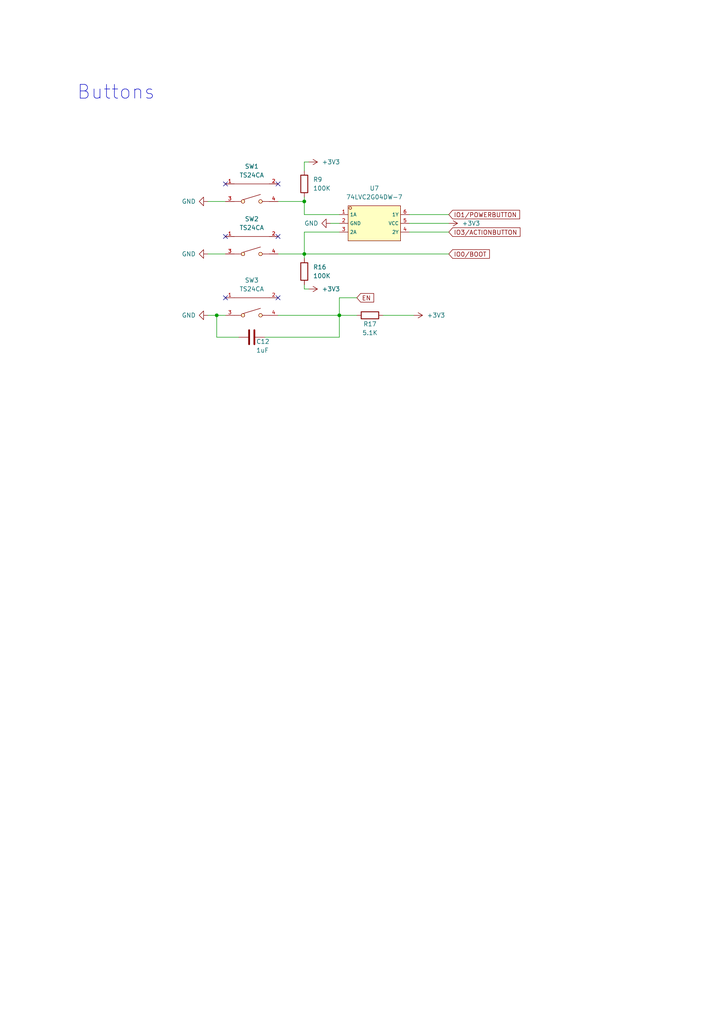
<source format=kicad_sch>
(kicad_sch (version 20230121) (generator eeschema)
  (paper "A4" portrait)
  (lib_symbols
    (symbol "Device:10uF 0603" (pin_numbers hide) (pin_names (offset 0.254))
      (property "Reference" "C" (at 0.635 2.54 0))
      (property "Value" "10uF 0603" (at 0.635 -2.54 0))
      (symbol "10uF 0603_0_1"
        (polyline (pts (xy -2.032 -0.762) (xy 2.032 -0.762)) (stroke (width 0.508)))
        (polyline (pts (xy -2.032 0.762) (xy 2.032 0.762)) (stroke (width 0.508)))
      )
      (symbol "10uF 0603_1_1"
        (pin passive line (at 0 3.81 270) (length 2.794) (name "~") (number "1"))
        (pin passive line (at 0 -3.81 90) (length 2.794) (name "~") (number "2"))
      )
    )
    (symbol "Device:5.1K 1% 0603" (pin_numbers hide) (pin_names (offset 0))
      (property "Reference" "R" (at 2.032 0 90))
      (property "Value" "5.1K 1% 0603" (at 0 0 90))
      (symbol "5.1K 1% 0603_0_1"
        (rectangle (start -1.016 -2.54) (end 1.016 2.54) (stroke (width 0.254)))
      )
      (symbol "5.1K 1% 0603_1_1"
        (pin passive line (at 0 3.81 270) (length 1.27) (name "~") (number "1"))
        (pin passive line (at 0 -3.81 90) (length 1.27) (name "~") (number "2"))
      )
    )
    (symbol "Device:R" (pin_numbers hide) (pin_names (offset 0))
      (property "Reference" "R" (at 2.032 0 90))
      (property "Value" "R" (at 0 0 90))
      (symbol "R_0_1"
        (rectangle (start -1.016 -2.54) (end 1.016 2.54) (stroke (width 0.254)))
      )
      (symbol "R_1_1"
        (pin passive line (at 0 3.81 270) (length 1.27) (name "~") (number "1"))
        (pin passive line (at 0 -3.81 90) (length 1.27) (name "~") (number "2"))
      )
    )
    (symbol "MyParts:74LVC2G04DW-7"
      (property "Reference" "U" (at 0 1.27 0))
      (property "Value" "74LVC2G04DW-7" (at 0 -2.54 0))
      (symbol "74LVC2G04DW-7_0_0"
        (rectangle (start -7.62 -7.62) (end 7.62 -17.78) (fill (type background)))
        (circle (center -6.985 -8.255) (radius 0.381) (fill (type background)))
        (pin unspecified line (at -10.16 -10.16 0) (length 2.54) (name "1A") (number "1"))
        (pin unspecified line (at -10.16 -12.7 0) (length 2.54) (name "GND") (number "2"))
        (pin unspecified line (at -10.16 -15.24 0) (length 2.54) (name "2A") (number "3"))
        (pin unspecified line (at 10.16 -15.24 180) (length 2.54) (name "2Y") (number "4"))
        (pin unspecified line (at 10.16 -12.7 180) (length 2.54) (name "VCC") (number "5"))
        (pin unspecified line (at 10.16 -10.16 180) (length 2.54) (name "1Y") (number "6"))
      )
    )
    (symbol "TS24CA_1" (pin_names hide)
      (property "Reference" "SW" (at 0 1.27 0))
      (property "Value" "TS24CA_1" (at 0 -2.54 0))
      (symbol "TS24CA_1_0_0"
        (circle (center -2.54 -15.24) (radius 0.508) (fill (type background)))
        (polyline (pts (xy -5.08 -10.16) (xy 5.08 -10.16)))
        (polyline (pts (xy -3.048 -15.24) (xy -5.08 -15.24)))
        (polyline (pts (xy 3.048 -15.24) (xy 5.08 -15.24)))
        (polyline (pts (xy -2.54 -14.732) (xy 2.54 -13.208) (xy 2.54 -13.208)))
        (circle (center 2.54 -15.24) (radius 0.508) (fill (type background)))
        (pin unspecified line (at -7.62 -10.16 0) (length 2.54) (name "1") (number "1"))
        (pin unspecified line (at 7.62 -10.16 180) (length 2.54) (name "2") (number "2"))
        (pin unspecified line (at -7.62 -15.24 0) (length 2.54) (name "3") (number "3"))
        (pin unspecified line (at 7.62 -15.24 180) (length 2.54) (name "4") (number "4"))
      )
    )
    (symbol "power:+3.3V" (power) (pin_names (offset 0))
      (property "Value" "+3.3V" (at 0 3.556 0))
      (symbol "+3.3V_0_1"
        (polyline (pts (xy -0.762 1.27) (xy 0 2.54)))
        (polyline (pts (xy 0 0) (xy 0 2.54)))
        (polyline (pts (xy 0 2.54) (xy 0.762 1.27)))
      )
      (symbol "+3.3V_1_1"
        (pin power_in line (at 0 0 90) (length 0) hide (name "+3V3") (number "1"))
      )
    )
    (symbol "power:GND" (power) (pin_names (offset 0))
      (property "Value" "GND" (at 0 -3.81 0))
      (symbol "GND_0_1"
        (polyline (pts (xy 0 0) (xy 0 -1.27) (xy 1.27 -1.27) (xy 0 -2.54) (xy -1.27 -1.27) (xy 0 -1.27)))
      )
      (symbol "GND_1_1"
        (pin power_in line (at 0 0 270) (length 0) hide (name "GND") (number "1"))
      )
    )
  )
  (junction (at 62.865 91.44))
  (junction (at 88.265 73.66))
  (junction (at 98.425 91.44))
  (junction (at 88.265 58.42))
  (no_connect (at 80.645 68.58))
  (no_connect (at 80.645 53.34))
  (no_connect (at 65.405 53.34))
  (no_connect (at 65.405 68.58))
  (no_connect (at 65.405 86.36))
  (no_connect (at 80.645 86.36))
  (wire (pts (xy 103.505 91.44) (xy 98.425 91.44)))
  (wire (pts (xy 95.885 64.77) (xy 98.425 64.77)))
  (wire (pts (xy 89.535 83.82) (xy 88.265 83.82)))
  (wire (pts (xy 80.645 91.44) (xy 98.425 91.44)))
  (wire (pts (xy 80.645 73.66) (xy 88.265 73.66)))
  (wire (pts (xy 98.425 86.36) (xy 103.505 86.36)))
  (wire (pts (xy 88.265 67.31) (xy 98.425 67.31)))
  (wire (pts (xy 88.265 46.99) (xy 89.535 46.99)))
  (wire (pts (xy 88.265 73.66) (xy 88.265 67.31)))
  (wire (pts (xy 60.325 58.42) (xy 65.405 58.42)))
  (wire (pts (xy 88.265 58.42) (xy 88.265 62.23)))
  (wire (pts (xy 80.645 58.42) (xy 88.265 58.42)))
  (wire (pts (xy 69.215 97.79) (xy 62.865 97.79)))
  (wire (pts (xy 88.265 62.23) (xy 98.425 62.23)))
  (wire (pts (xy 118.745 64.77) (xy 130.175 64.77)))
  (wire (pts (xy 62.865 97.79) (xy 62.865 91.44)))
  (wire (pts (xy 88.265 83.82) (xy 88.265 82.55)))
  (wire (pts (xy 98.425 91.44) (xy 98.425 97.79)))
  (wire (pts (xy 88.265 73.66) (xy 88.265 74.93)))
  (wire (pts (xy 60.325 73.66) (xy 65.405 73.66)))
  (wire (pts (xy 62.865 91.44) (xy 65.405 91.44)))
  (wire (pts (xy 118.745 67.31) (xy 130.175 67.31)))
  (wire (pts (xy 118.745 62.23) (xy 130.175 62.23)))
  (wire (pts (xy 98.425 91.44) (xy 98.425 86.36)))
  (wire (pts (xy 76.835 97.79) (xy 98.425 97.79)))
  (wire (pts (xy 88.265 73.66) (xy 130.175 73.66)))
  (wire (pts (xy 88.265 49.53) (xy 88.265 46.99)))
  (wire (pts (xy 88.265 57.15) (xy 88.265 58.42)))
  (wire (pts (xy 111.125 91.44) (xy 120.015 91.44)))
  (wire (pts (xy 60.325 91.44) (xy 62.865 91.44)))
  (text "Buttons" (at 22.225 29.21 0) (effects (font (size 4 4)) (justify left bottom)))
  (global_label "IO0{slash}BOOT" (shape input) (at 130.175 73.66 0) (property "Intersheetrefs" "${INTERSHEET_REFS}" (effects hide)))
  (global_label "IO1{slash}POWERBUTTON" (shape input) (at 130.175 62.23 0) (property "Intersheetrefs" "${INTERSHEET_REFS}" (effects hide)))
  (global_label "EN" (shape input) (at 103.505 86.36 0) (property "Intersheetrefs" "${INTERSHEET_REFS}" (effects hide)))
  (global_label "IO3{slash}ACTIONBUTTON" (shape input) (at 130.175 67.31 0) (property "Intersheetrefs" "${INTERSHEET_REFS}" (effects hide)))
  (symbol (lib_id "MyParts:74LVC2G04DW-7") (at 108.585 52.07 0) (unit 1)
    (property "Reference" "U7" (at 108.585 54.61 0))
    (property "Value" "74LVC2G04DW-7" (at 108.585 57.15 0))
    (property "Footprint" "footprint:SOT-363_L2.0-W1.3-P0.65-LS2.1-BR" (effects hide))
    (property "Datasheet" "https://item.szlcsc.com/97429.html" (effects hide))
    (property "LCSC" "C69053" (effects hide))
  )
  (symbol (lib_id "Device:5.1K 1% 0603") (at 107.315 91.44 270) (unit 1)
    (property "Reference" "R17" (at 107.315 93.98 90))
    (property "Value" "5.1K" (at 107.315 96.52 90))
    (property "Footprint" "Resistor_SMD:R_0402_1005Metric" (effects hide))
    (property "Datasheet" "https://datasheet.lcsc.com/lcsc/1912111437_Resistor-Today-HPCR0603F5K10K9_C365193.pdf" (effects hide))
    (property "Description" " ±1% 200mW Thick Film Resistors 50V ±100ppm/℃ -55℃~+125℃ 5.1kΩ 0603 Chip Resistor - Surface Mount ROHS" (effects hide))
    (property "LCSC #" "C25905" (effects hide))
  )
  (symbol (lib_id "power:+3.3V") (at 120.015 91.44 270) (unit 1)
    (property "Reference" "#PWR0110" (effects hide))
    (property "Value" "+3.3V" (at 123.825 91.4399 90) (effects (justify left)))
  )
  (symbol (lib_id "Device:R") (at 88.265 53.34 180) (unit 1)
    (property "Reference" "R9" (at 90.805 52.0699 0) (effects (justify right)))
    (property "Value" "100K" (at 90.805 54.6099 0) (effects (justify right)))
    (property "Footprint" "Resistor_SMD:R_0402_1005Metric" (effects hide))
    (property "LCSC #" "C25741" (effects hide))
  )
  (symbol (lib_name "TS24CA_1") (lib_id "MyParts:TS24CA") (at 73.025 43.18 0) (unit 1)
    (property "Reference" "SW1" (at 73.025 48.26 0))
    (property "Value" "TS24CA" (at 73.025 50.8 0))
    (property "Footprint" "footprint:SW-SMD_TS24CA" (effects hide))
    (property "Datasheet" "https://item.szlcsc.com/372554.html" (effects hide))
    (property "LCSC" "C393942" (effects hide))
  )
  (symbol (lib_name "TS24CA_1") (lib_id "MyParts:TS24CA") (at 73.025 58.42 0) (unit 1)
    (property "Reference" "SW2" (at 73.025 63.5 0))
    (property "Value" "TS24CA" (at 73.025 66.04 0))
    (property "Footprint" "footprint:SW-SMD_TS24CA" (effects hide))
    (property "Datasheet" "https://item.szlcsc.com/372554.html" (effects hide))
    (property "LCSC" "C393942" (effects hide))
  )
  (symbol (lib_id "power:GND") (at 60.325 73.66 270) (mirror x) (unit 1)
    (property "Reference" "#PWR0118" (effects hide))
    (property "Value" "GND" (at 52.705 73.66 90) (effects (justify left)))
  )
  (symbol (lib_id "power:GND") (at 95.885 64.77 270) (mirror x) (unit 1)
    (property "Reference" "#PWR0157" (effects hide))
    (property "Value" "GND" (at 88.265 64.77 90) (effects (justify left)))
  )
  (symbol (lib_id "Device:R") (at 88.265 78.74 180) (unit 1)
    (property "Reference" "R16" (at 90.805 77.4699 0) (effects (justify right)))
    (property "Value" "100K" (at 90.805 80.0099 0) (effects (justify right)))
    (property "Footprint" "Resistor_SMD:R_0402_1005Metric" (effects hide))
    (property "LCSC #" "C25741" (effects hide))
  )
  (symbol (lib_id "power:+3.3V") (at 130.175 64.77 270) (unit 1)
    (property "Reference" "#PWR0104" (effects hide))
    (property "Value" "+3.3V" (at 133.985 64.7699 90) (effects (justify left)))
  )
  (symbol (lib_id "power:+3.3V") (at 89.535 46.99 270) (unit 1)
    (property "Reference" "#PWR0155" (effects hide))
    (property "Value" "+3.3V" (at 93.345 46.9899 90) (effects (justify left)))
  )
  (symbol (lib_name "TS24CA_1") (lib_id "MyParts:TS24CA") (at 73.025 76.2 0) (unit 1)
    (property "Reference" "SW3" (at 73.025 81.28 0))
    (property "Value" "TS24CA" (at 73.025 83.82 0))
    (property "Footprint" "footprint:SW-SMD_TS24CA" (effects hide))
    (property "Datasheet" "https://item.szlcsc.com/372554.html" (effects hide))
    (property "LCSC" "C393942" (effects hide))
  )
  (symbol (lib_id "power:+3.3V") (at 89.535 83.82 270) (unit 1)
    (property "Reference" "#PWR0136" (effects hide))
    (property "Value" "+3.3V" (at 93.345 83.8199 90) (effects (justify left)))
  )
  (symbol (lib_id "Device:10uF 0603") (at 73.025 97.79 90) (unit 1)
    (property "Reference" "C12" (at 74.295 99.06 90) (effects (justify right)))
    (property "Value" "1uF" (at 74.295 101.6 90) (effects (justify right)))
    (property "Footprint" "Capacitor_SMD:C_0402_1005Metric" (effects hide))
    (property "LCSC #" "C52923" (effects hide))
  )
  (symbol (lib_id "power:GND") (at 60.325 91.44 270) (mirror x) (unit 1)
    (property "Reference" "#PWR0117" (effects hide))
    (property "Value" "GND" (at 52.705 91.44 90) (effects (justify left)))
  )
  (symbol (lib_id "power:GND") (at 60.325 58.42 270) (mirror x) (unit 1)
    (property "Reference" "#PWR0156" (effects hide))
    (property "Value" "GND" (at 52.705 58.42 90) (effects (justify left)))
  )
)
</source>
